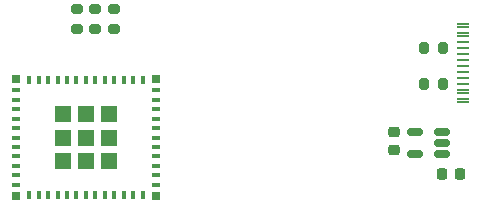
<source format=gbr>
%TF.GenerationSoftware,KiCad,Pcbnew,7.0.6*%
%TF.CreationDate,2023-07-18T19:41:08+03:00*%
%TF.ProjectId,Rapid Training Target,52617069-6420-4547-9261-696e696e6720,B*%
%TF.SameCoordinates,PX2160ec0PY5f5dd18*%
%TF.FileFunction,Paste,Bot*%
%TF.FilePolarity,Positive*%
%FSLAX46Y46*%
G04 Gerber Fmt 4.6, Leading zero omitted, Abs format (unit mm)*
G04 Created by KiCad (PCBNEW 7.0.6) date 2023-07-18 19:41:08*
%MOMM*%
%LPD*%
G01*
G04 APERTURE LIST*
G04 Aperture macros list*
%AMRoundRect*
0 Rectangle with rounded corners*
0 $1 Rounding radius*
0 $2 $3 $4 $5 $6 $7 $8 $9 X,Y pos of 4 corners*
0 Add a 4 corners polygon primitive as box body*
4,1,4,$2,$3,$4,$5,$6,$7,$8,$9,$2,$3,0*
0 Add four circle primitives for the rounded corners*
1,1,$1+$1,$2,$3*
1,1,$1+$1,$4,$5*
1,1,$1+$1,$6,$7*
1,1,$1+$1,$8,$9*
0 Add four rect primitives between the rounded corners*
20,1,$1+$1,$2,$3,$4,$5,0*
20,1,$1+$1,$4,$5,$6,$7,0*
20,1,$1+$1,$6,$7,$8,$9,0*
20,1,$1+$1,$8,$9,$2,$3,0*%
G04 Aperture macros list end*
%ADD10RoundRect,0.200000X0.200000X0.275000X-0.200000X0.275000X-0.200000X-0.275000X0.200000X-0.275000X0*%
%ADD11RoundRect,0.225000X-0.225000X-0.250000X0.225000X-0.250000X0.225000X0.250000X-0.225000X0.250000X0*%
%ADD12RoundRect,0.150000X0.512500X0.150000X-0.512500X0.150000X-0.512500X-0.150000X0.512500X-0.150000X0*%
%ADD13RoundRect,0.225000X-0.250000X0.225000X-0.250000X-0.225000X0.250000X-0.225000X0.250000X0.225000X0*%
%ADD14R,0.800000X0.400000*%
%ADD15R,0.400000X0.800000*%
%ADD16R,1.450000X1.450000*%
%ADD17R,0.700000X0.700000*%
%ADD18R,1.130000X0.280000*%
%ADD19R,1.130000X0.230000*%
%ADD20RoundRect,0.200000X-0.275000X0.200000X-0.275000X-0.200000X0.275000X-0.200000X0.275000X0.200000X0*%
G04 APERTURE END LIST*
D10*
%TO.C,R5*%
X197988000Y10106000D03*
X196338000Y10106000D03*
%TD*%
D11*
%TO.C,C1*%
X197907000Y2499000D03*
X199457000Y2499000D03*
%TD*%
D12*
%TO.C,U1*%
X197896000Y6055000D03*
X197896000Y5105000D03*
X197896000Y4155000D03*
X195621000Y4155000D03*
X195621000Y6055000D03*
%TD*%
D13*
%TO.C,C2*%
X193843000Y6068000D03*
X193843000Y4518000D03*
%TD*%
D14*
%TO.C,U2*%
X161843000Y1565500D03*
X161843000Y2365500D03*
X161843000Y3165500D03*
X161843000Y3965500D03*
X161843000Y4765500D03*
X161843000Y5565500D03*
X161843000Y6365500D03*
X161843000Y7165500D03*
X161843000Y7965500D03*
X161843000Y8765500D03*
X161843000Y9565500D03*
D15*
X162943000Y10465500D03*
X163743000Y10465500D03*
X164543000Y10465500D03*
X165343000Y10465500D03*
X166143000Y10465500D03*
X166943000Y10465500D03*
X167743000Y10465500D03*
X168543000Y10465500D03*
X169343000Y10465500D03*
X170143000Y10465500D03*
X170943000Y10465500D03*
X171743000Y10465500D03*
X172543000Y10465500D03*
D14*
X173643000Y9565500D03*
X173643000Y8765500D03*
X173643000Y7965500D03*
X173643000Y7165500D03*
X173643000Y6365500D03*
X173643000Y5565500D03*
X173643000Y4765500D03*
X173643000Y3965500D03*
X173643000Y3165500D03*
X173643000Y2365500D03*
X173643000Y1565500D03*
D15*
X172543000Y665500D03*
X171743000Y665500D03*
X170943000Y665500D03*
X170143000Y665500D03*
X169343000Y665500D03*
X168543000Y665500D03*
X167743000Y665500D03*
X166943000Y665500D03*
X166143000Y665500D03*
X165343000Y665500D03*
X164543000Y665500D03*
X163743000Y665500D03*
X162943000Y665500D03*
D16*
X165768000Y7540500D03*
X165768000Y5565500D03*
X165768000Y3590500D03*
X167743000Y7540500D03*
X167743000Y5565500D03*
X167743000Y3590500D03*
X169718000Y7540500D03*
X169718000Y5565500D03*
X169718000Y3590500D03*
D17*
X173693000Y615500D03*
X173693000Y10515500D03*
X161793000Y10515500D03*
X161793000Y615500D03*
%TD*%
D18*
%TO.C,USB-C1*%
X199701000Y15186000D03*
X199701000Y14386000D03*
D19*
X199701000Y13111000D03*
X199701000Y12111000D03*
X199701000Y11611000D03*
X199701000Y10611000D03*
D18*
X199701000Y9336000D03*
X199701000Y8536000D03*
X199701000Y8786000D03*
X199701000Y9586000D03*
D19*
X199701000Y10111000D03*
X199701000Y11111000D03*
X199701000Y12611000D03*
X199701000Y13611000D03*
D18*
X199701000Y14136000D03*
X199701000Y14936000D03*
%TD*%
D20*
%TO.C,R2*%
X168543000Y16424000D03*
X168543000Y14774000D03*
%TD*%
%TO.C,R3*%
X170100000Y16424000D03*
X170100000Y14774000D03*
%TD*%
%TO.C,R4*%
X167000000Y16424000D03*
X167000000Y14774000D03*
%TD*%
D10*
%TO.C,R1*%
X197988000Y13106000D03*
X196338000Y13106000D03*
%TD*%
M02*

</source>
